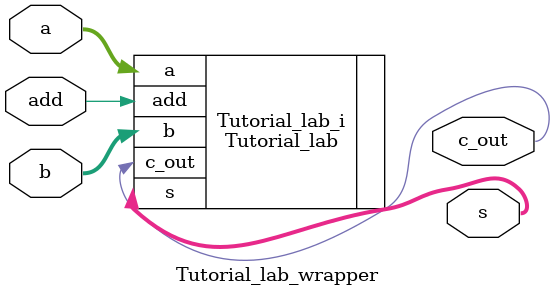
<source format=v>
`timescale 1 ps / 1 ps

module Tutorial_lab_wrapper
   (a,
    add,
    b,
    c_out,
    s);
  input [31:0]a;
  input add;
  input [31:0]b;
  output c_out;
  output [31:0]s;

  wire [31:0]a;
  wire add;
  wire [31:0]b;
  wire c_out;
  wire [31:0]s;

  Tutorial_lab Tutorial_lab_i
       (.a(a),
        .add(add),
        .b(b),
        .c_out(c_out),
        .s(s));
endmodule

</source>
